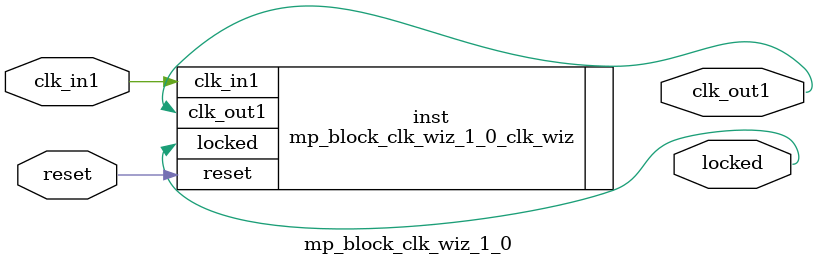
<source format=v>


`timescale 1ps/1ps

(* CORE_GENERATION_INFO = "mp_block_clk_wiz_1_0,clk_wiz_v6_0_11_0_0,{component_name=mp_block_clk_wiz_1_0,use_phase_alignment=true,use_min_o_jitter=false,use_max_i_jitter=false,use_dyn_phase_shift=false,use_inclk_switchover=false,use_dyn_reconfig=false,enable_axi=0,feedback_source=FDBK_AUTO,PRIMITIVE=MMCM,num_out_clk=1,clkin1_period=10.000,clkin2_period=10.000,use_power_down=false,use_reset=true,use_locked=true,use_inclk_stopped=false,feedback_type=SINGLE,CLOCK_MGR_TYPE=NA,manual_override=false}" *)

module mp_block_clk_wiz_1_0 
 (
  // Clock out ports
  output        clk_out1,
  // Status and control signals
  input         reset,
  output        locked,
 // Clock in ports
  input         clk_in1
 );

  mp_block_clk_wiz_1_0_clk_wiz inst
  (
  // Clock out ports  
  .clk_out1(clk_out1),
  // Status and control signals               
  .reset(reset), 
  .locked(locked),
 // Clock in ports
  .clk_in1(clk_in1)
  );

endmodule

</source>
